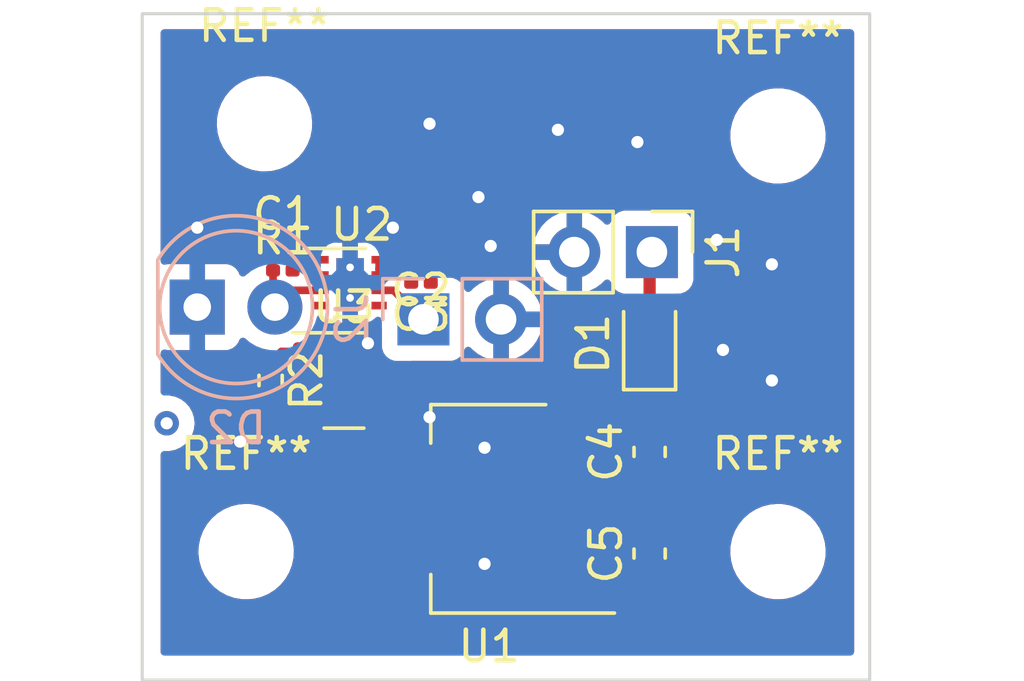
<source format=kicad_pcb>
(kicad_pcb (version 20211014) (generator pcbnew)
  (layers (0 "F.Cu" signal) (31 "B.Cu" signal) (34 "B.Paste" user) (35 "F.Paste" user) (36 "B.SilkS" user "B.Silkscreen") (37 "F.SilkS" user "F.Silkscreen") (38 "B.Mask" user) (39 "F.Mask" user) (44 "Edge.Cuts" user))
  (net 0 "")
  (net 1 "Net-(C1-Pad2)")
  (net 2 "GND")
  (net 3 "+5V")
  (net 4 "Net-(J2-Pad1)")
  (net 5 "Net-(C4-Pad2)")
  (net 6 "Net-(D1-Pad2)")
  (net 8 "Net-(U2-Pad3)")
  (net 9 "Net-(R2-Pad1)")
  (footprint "Resistor_SMD:R_0201_0603Metric" (layer "F.Cu") (at 249.8 43.4)
    (fp_text reference "R1" (at 0 -1.05) (layer "F.SilkS"))
    (fp_text value "R")
    (pad "1" smd roundrect (at -0.32 0) (size 0.46 0.4) (layers "F.Cu" "F.Mask") (net 8 "Net-(U2-Pad3)"))
    (pad "2" smd roundrect (at 0.32 0) (size 0.46 0.4) (layers "F.Cu" "F.Mask") (net 1 "Net-(C1-Pad2)"))
  )
  (footprint "Capacitor_SMD:C_0603_1608Metric_Pad1.08x0.95mm_HandSolder" (layer "F.Cu") (at 261.8 49.3375 90)
    (fp_text reference "C4" (at 0 -1.43 90) (layer "F.SilkS"))
    (fp_text value "C")
    (fp_line (start -0.146267 -0.51) (end 0.146267 -0.51) (layer "F.SilkS") (width 0.12))
    (fp_line (start -0.146267 0.51) (end 0.146267 0.51) (layer "F.SilkS") (width 0.12))
    (pad "1" smd roundrect (at -0.8625 0 90) (size 1.075 0.95) (layers "F.Cu" "F.Paste" "F.Mask") (net 2 "GND"))
    (pad "2" smd roundrect (at 0.8625 0 90) (size 1.075 0.95) (layers "F.Cu" "F.Paste" "F.Mask") (net 5 "Net-(C4-Pad2)"))
  )
  (footprint "Package_SON:WSON-8-1EP_2x2mm_P0.5mm_EP0.9x1.6mm_ThermalVias" (layer "F.Cu") (at 252 43.8)
    (fp_text reference "U2" (at 0.38 -1.9) (layer "F.SilkS"))
    (fp_text value "OPA858xDSG")
    (fp_line (start -1.5 -1.12) (end 0.5 -1.12) (layer "F.SilkS") (width 0.12))
    (fp_line (start 0.5 1.12) (end -0.5 1.12) (layer "F.SilkS") (width 0.12))
    (pad "1" smd rect (at -0.95 -0.75) (size 0.5 0.25) (layers "F.Cu" "F.Paste" "F.Mask") (net 1 "Net-(C1-Pad2)"))
    (pad "2" smd rect (at -0.95 -0.25) (size 0.5 0.25) (layers "F.Cu" "F.Paste" "F.Mask"))
    (pad "3" smd rect (at -0.95 0.25) (size 0.5 0.25) (layers "F.Cu" "F.Paste" "F.Mask") (net 8 "Net-(U2-Pad3)"))
    (pad "4" smd rect (at -0.95 0.75) (size 0.5 0.25) (layers "F.Cu" "F.Paste" "F.Mask") (net 9 "Net-(R2-Pad1)"))
    (pad "5" smd rect (at 0.95 0.75) (size 0.5 0.25) (layers "F.Cu" "F.Paste" "F.Mask") (net 2 "GND"))
    (pad "6" smd rect (at 0.95 0.25) (size 0.5 0.25) (layers "F.Cu" "F.Paste" "F.Mask") (net 4 "Net-(J2-Pad1)"))
    (pad "7" smd rect (at 0.95 -0.25) (size 0.5 0.25) (layers "F.Cu" "F.Paste" "F.Mask") (net 3 "+5V"))
    (pad "8" smd rect (at 0.95 -0.75) (size 0.5 0.25) (layers "F.Cu" "F.Paste" "F.Mask") (net 3 "+5V"))
    (pad "9" smd rect (at 0 0) (size 0.9 1.6) (layers "F.Cu" "F.Mask") (net 2 "GND"))
    (pad "9" smd rect (at 0 0) (size 0.9 1.6) (layers "B.Cu") (net 2 "GND"))
    (pad "9" thru_hole circle (at 0 0.5) (size 0.6 0.6) (drill 0.25) (layers *.Cu) (net 2 "GND"))
    (pad "9" thru_hole circle (at 0 -0.5) (size 0.6 0.6) (drill 0.25) (layers *.Cu) (net 2 "GND"))
  )
  (footprint "Capacitor_SMD:C_0201_0603Metric" (layer "F.Cu") (at 254.32 43.8 180)
    (fp_text reference "C3" (at 0 -1.05) (layer "F.SilkS"))
    (fp_text value "C")
    (pad "1" smd roundrect (at -0.32 0 180) (size 0.46 0.4) (layers "F.Cu" "F.Mask") (net 2 "GND"))
    (pad "2" smd roundrect (at 0.32 0 180) (size 0.46 0.4) (layers "F.Cu" "F.Mask") (net 3 "+5V"))
  )
  (footprint "Capacitor_SMD:C_0603_1608Metric_Pad1.08x0.95mm_HandSolder" (layer "F.Cu") (at 261.8 52.6625 90)
    (fp_text reference "C5" (at 0 -1.43 90) (layer "F.SilkS"))
    (fp_text value "C")
    (fp_line (start -0.146267 0.51) (end 0.146267 0.51) (layer "F.SilkS") (width 0.12))
    (fp_line (start -0.146267 -0.51) (end 0.146267 -0.51) (layer "F.SilkS") (width 0.12))
    (pad "1" smd roundrect (at -0.8625 0 90) (size 1.075 0.95) (layers "F.Cu" "F.Paste" "F.Mask") (net 2 "GND"))
    (pad "2" smd roundrect (at 0.8625 0 90) (size 1.075 0.95) (layers "F.Cu" "F.Paste" "F.Mask") (net 3 "+5V"))
  )
  (footprint "Capacitor_SMD:C_0201_0603Metric" (layer "F.Cu") (at 249.8 42.6)
    (fp_text reference "C1" (at 0 -1.05) (layer "F.SilkS"))
    (fp_text value "C")
    (pad "1" smd roundrect (at -0.32 0) (size 0.46 0.4) (layers "F.Cu" "F.Mask") (net 8 "Net-(U2-Pad3)"))
    (pad "2" smd roundrect (at 0.32 0) (size 0.46 0.4) (layers "F.Cu" "F.Mask") (net 1 "Net-(C1-Pad2)"))
  )
  (footprint "MountingHole:MountingHole_2.1mm" (layer "F.Cu") (at 249.2 38.6)
    (fp_text reference "REF**" (at 0 -3.2) (layer "F.SilkS"))
    (fp_text value "MountingHole_2.1mm")
    (pad "" np_thru_hole circle (at 0 0) (size 2.1 2.1) (drill 2.1) (layers *.Cu *.Mask))
  )
  (footprint "Connector_PinHeader_2.54mm:PinHeader_1x02_P2.54mm_Vertical" (layer "F.Cu") (at 261.875 42.8 -90)
    (fp_text reference "J1" (at 0 -2.33 90) (layer "F.SilkS"))
    (fp_text value "Conn_01x02_Female")
    (fp_line (start -1.33 3.87) (end 1.33 3.87) (layer "F.SilkS") (width 0.12))
    (fp_line (start 1.33 1.27) (end 1.33 3.87) (layer "F.SilkS") (width 0.12))
    (fp_line (start -1.33 -1.33) (end 0 -1.33) (layer "F.SilkS") (width 0.12))
    (fp_line (start -1.33 0) (end -1.33 -1.33) (layer "F.SilkS") (width 0.12))
    (fp_line (start -1.33 1.27) (end 1.33 1.27) (layer "F.SilkS") (width 0.12))
    (fp_line (start -1.33 1.27) (end -1.33 3.87) (layer "F.SilkS") (width 0.12))
    (pad "1" thru_hole rect (at 0 0 270) (size 1.7 1.7) (drill 1) (layers *.Cu *.Mask) (net 6 "Net-(D1-Pad2)"))
    (pad "2" thru_hole oval (at 0 2.54 270) (size 1.7 1.7) (drill 1) (layers *.Cu *.Mask) (net 2 "GND"))
  )
  (footprint "MountingHole:MountingHole_2.1mm" (layer "F.Cu") (at 266 52.6)
    (fp_text reference "REF**" (at 0 -3.2) (layer "F.SilkS"))
    (fp_text value "MountingHole_2.1mm")
    (pad "" np_thru_hole circle (at 0 0) (size 2.1 2.1) (drill 2.1) (layers *.Cu *.Mask))
  )
  (footprint "Diode_SMD:D_SOD-323F" (layer "F.Cu") (at 261.8 45.8 90)
    (fp_text reference "D1" (at 0 -1.85 90) (layer "F.SilkS"))
    (fp_text value "PMEG4010CEJ")
    (fp_line (start -1.5 -0.85) (end -1.5 0.85) (layer "F.SilkS") (width 0.12))
    (fp_line (start -1.5 0.85) (end 1.05 0.85) (layer "F.SilkS") (width 0.12))
    (fp_line (start -1.5 -0.85) (end 1.05 -0.85) (layer "F.SilkS") (width 0.12))
    (pad "1" smd rect (at -1.1 0 90) (size 0.5 0.5) (layers "F.Cu" "F.Paste" "F.Mask") (net 5 "Net-(C4-Pad2)"))
    (pad "2" smd rect (at 1.1 0 90) (size 0.5 0.5) (layers "F.Cu" "F.Paste" "F.Mask") (net 6 "Net-(D1-Pad2)"))
  )
  (footprint "Package_TO_SOT_SMD:SOT-223-3_TabPin2" (layer "F.Cu") (at 256.55 51.2 180)
    (fp_text reference "U1" (at 0 -4.5) (layer "F.SilkS"))
    (fp_text value "AMS1117-5.0")
    (fp_line (start 1.91 -3.41) (end 1.91 -2.15) (layer "F.SilkS") (width 0.12))
    (fp_line (start -4.1 -3.41) (end 1.91 -3.41) (layer "F.SilkS") (width 0.12))
    (fp_line (start -1.85 3.41) (end 1.91 3.41) (layer "F.SilkS") (width 0.12))
    (fp_line (start 1.91 3.41) (end 1.91 2.15) (layer "F.SilkS") (width 0.12))
    (pad "1" smd rect (at -3.15 -2.3 180) (size 2 1.5) (layers "F.Cu" "F.Paste" "F.Mask") (net 2 "GND"))
    (pad "2" smd rect (at 3.15 0 180) (size 2 3.8) (layers "F.Cu" "F.Paste" "F.Mask") (net 3 "+5V"))
    (pad "2" smd rect (at -3.15 0 180) (size 2 1.5) (layers "F.Cu" "F.Paste" "F.Mask") (net 3 "+5V"))
    (pad "3" smd rect (at -3.15 2.3 180) (size 2 1.5) (layers "F.Cu" "F.Paste" "F.Mask") (net 5 "Net-(C4-Pad2)"))
  )
  (footprint "Capacitor_SMD:C_0201_0603Metric" (layer "F.Cu") (at 254.32 43 180)
    (fp_text reference "C2" (at 0 -1.05) (layer "F.SilkS"))
    (fp_text value "C")
    (pad "1" smd roundrect (at -0.32 0 180) (size 0.46 0.4) (layers "F.Cu" "F.Mask") (net 2 "GND"))
    (pad "2" smd roundrect (at 0.32 0 180) (size 0.46 0.4) (layers "F.Cu" "F.Mask") (net 3 "+5V"))
  )
  (footprint "MountingHole:MountingHole_2.1mm" (layer "F.Cu") (at 248.6 52.6)
    (fp_text reference "REF**" (at 0 -3.2) (layer "F.SilkS"))
    (fp_text value "MountingHole_2.1mm")
    (pad "" np_thru_hole circle (at 0 0) (size 2.1 2.1) (drill 2.1) (layers *.Cu *.Mask))
  )
  (footprint "Package_TO_SOT_SMD:SOT-23" (layer "F.Cu") (at 251.8 47)
    (fp_text reference "U3" (at 0 -2.4) (layer "F.SilkS"))
    (fp_text value "LM4040DBZ-2.0")
    (fp_line (start 0 1.56) (end 0.65 1.56) (layer "F.SilkS") (width 0.12))
    (fp_line (start 0 -1.56) (end -1.675 -1.56) (layer "F.SilkS") (width 0.12))
    (fp_line (start 0 -1.56) (end 0.65 -1.56) (layer "F.SilkS") (width 0.12))
    (fp_line (start 0 1.56) (end -0.65 1.56) (layer "F.SilkS") (width 0.12))
    (pad "1" smd roundrect (at -0.9375 -0.95) (size 1.475 0.6) (layers "F.Cu" "F.Paste" "F.Mask") (net 9 "Net-(R2-Pad1)"))
    (pad "2" smd roundrect (at -0.9375 0.95) (size 1.475 0.6) (layers "F.Cu" "F.Paste" "F.Mask") (net 2 "GND"))
    (pad "3" smd roundrect (at 0.9375 0) (size 1.475 0.6) (layers "F.Cu" "F.Paste" "F.Mask"))
  )
  (footprint "Resistor_SMD:R_0402_1005Metric_Pad0.72x0.64mm_HandSolder" (layer "F.Cu") (at 249.4 47 -90)
    (fp_text reference "R2" (at 0 -1.17 90) (layer "F.SilkS"))
    (fp_text value "R")
    (fp_line (start -0.167621 -0.38) (end 0.167621 -0.38) (layer "F.SilkS") (width 0.12))
    (fp_line (start -0.167621 0.38) (end 0.167621 0.38) (layer "F.SilkS") (width 0.12))
    (pad "1" smd roundrect (at -0.5975 0 270) (size 0.715 0.64) (layers "F.Cu" "F.Paste" "F.Mask") (net 9 "Net-(R2-Pad1)"))
    (pad "2" smd roundrect (at 0.5975 0 270) (size 0.715 0.64) (layers "F.Cu" "F.Paste" "F.Mask") (net 3 "+5V"))
  )
  (footprint "MountingHole:MountingHole_2.1mm" (layer "F.Cu") (at 266 39)
    (fp_text reference "REF**" (at 0 -3.2) (layer "F.SilkS"))
    (fp_text value "MountingHole_2.1mm")
    (pad "" np_thru_hole circle (at 0 0) (size 2.1 2.1) (drill 2.1) (layers *.Cu *.Mask))
  )
  (footprint "LED_THT:LED_D5.0mm_Clear" (layer "B.Cu") (at 247 44.6)
    (fp_text reference "D2" (at 1.27 3.96) (layer "B.SilkS") (effects (justify mirror)))
    (fp_text value "LED")
    (fp_line (start -1.29 1.545) (end -1.29 -1.545) (layer "B.SilkS") (width 0.12))
    (fp_arc (start 4.26 -0.000462) (mid 2.072002 2.880433) (end -1.29 1.54483) (layer "B.SilkS") (width 0.12))
    (fp_arc (start -1.29 -1.54483) (mid 2.072002 -2.880433) (end 4.26 0.000462) (layer "B.SilkS") (width 0.12))
    (fp_circle (center 1.27 0) (end 3.77 0) (layer "B.SilkS") (width 0.12) (fill none))
    (pad "1" thru_hole rect (at 0 0) (size 1.8 1.8) (drill 0.9) (layers *.Cu *.Mask) (net 2 "GND"))
    (pad "2" thru_hole circle (at 2.54 0) (size 1.8 1.8) (drill 0.9) (layers *.Cu *.Mask) (net 8 "Net-(U2-Pad3)"))
  )
  (footprint "Connector_PinHeader_2.54mm:PinHeader_1x02_P2.54mm_Vertical" (layer "B.Cu") (at 254.4 45 -90)
    (fp_text reference "J2" (at 0 2.33 90) (layer "B.SilkS") (effects (justify mirror)))
    (fp_text value "Conn_01x02_Female")
    (fp_line (start 1.33 -1.27) (end 1.33 -3.87) (layer "B.SilkS") (width 0.12))
    (fp_line (start -1.33 1.33) (end 0 1.33) (layer "B.SilkS") (width 0.12))
    (fp_line (start -1.33 0) (end -1.33 1.33) (layer "B.SilkS") (width 0.12))
    (fp_line (start -1.33 -3.87) (end 1.33 -3.87) (layer "B.SilkS") (width 0.12))
    (fp_line (start -1.33 -1.27) (end -1.33 -3.87) (layer "B.SilkS") (width 0.12))
    (fp_line (start -1.33 -1.27) (end 1.33 -1.27) (layer "B.SilkS") (width 0.12))
    (pad "1" thru_hole rect (at 0 0 270) (size 1.7 1.7) (drill 1) (layers *.Cu *.Mask) (net 4 "Net-(J2-Pad1)"))
    (pad "2" thru_hole oval (at 0 -2.54 270) (size 1.7 1.7) (drill 1) (layers *.Cu *.Mask) (net 2 "GND"))
  )
  (gr_rect (start 269 35) (end 245.2 56.8) (layer "Edge.Cuts") (width 0.1) (fill none))
  (via (at 246 48.4) (size 0.8) (drill 0.4) (layers "F.Cu" "B.Cu") (net 0))
  (segment (start 251.05 43.05) (end 250.17 43.05) (width 0.25) (layer "F.Cu") (net 1))
  (segment (start 250.17 43.05) (end 250.12 43) (width 0.25) (layer "F.Cu") (net 1))
  (segment (start 250.12 42.92) (end 250.12 42.6) (width 0.25) (layer "F.Cu") (net 1))
  (segment (start 250.12 42.92) (end 250.12 43.4) (width 0.25) (layer "F.Cu") (net 1))
  (segment (start 261.8 53.525) (end 259.725 53.525) (width 0.7) (layer "F.Cu") (net 2))
  (segment (start 259.725 53.525) (end 259.7 53.5) (width 0.25) (layer "F.Cu") (net 2))
  (via (at 253.4 42) (size 0.8) (drill 0.4) (layers "F.Cu" "B.Cu") (net 2))
  (via (at 256.6 42.6) (size 0.8) (drill 0.4) (layers "F.Cu" "B.Cu") (net 2))
  (via (at 254.6 48.2) (size 0.8) (drill 0.4) (layers "F.Cu" "B.Cu") (net 2))
  (via (at 248.4 49) (size 0.8) (drill 0.4) (layers "F.Cu" "B.Cu") (net 2))
  (via (at 264 42.4) (size 0.8) (drill 0.4) (layers "F.Cu" "B.Cu") (net 2))
  (via (at 265.8 43.2) (size 0.8) (drill 0.4) (layers "F.Cu" "B.Cu") (net 2))
  (via (at 264.2 46) (size 0.8) (drill 0.4) (layers "F.Cu" "B.Cu") (net 2))
  (via (at 265.8 47) (size 0.8) (drill 0.4) (layers "F.Cu" "B.Cu") (net 2))
  (via (at 256.4 49.2) (size 0.8) (drill 0.4) (layers "F.Cu" "B.Cu") (net 2))
  (via (at 254.6 38.6) (size 0.8) (drill 0.4) (layers "F.Cu" "B.Cu") (net 2))
  (via (at 256.2 41) (size 0.8) (drill 0.4) (layers "F.Cu" "B.Cu") (net 2))
  (via (at 261.4 39.2) (size 0.8) (drill 0.4) (layers "F.Cu" "B.Cu") (net 2))
  (via (at 247 42) (size 0.8) (drill 0.4) (layers "F.Cu" "B.Cu") (net 2))
  (via (at 258.8 38.8) (size 0.8) (drill 0.4) (layers "F.Cu" "B.Cu") (net 2))
  (via (at 252.583886 45.782894) (size 0.8) (drill 0.4) (layers "F.Cu" "B.Cu") (net 2))
  (via (at 256.4 53) (size 0.8) (drill 0.4) (layers "F.Cu" "B.Cu") (net 2))
  (segment (start 250.103928 48.6) (end 251.8 48.6) (width 0.25) (layer "F.Cu") (net 3))
  (segment (start 252.95 43.35) (end 253 43.4) (width 0.25) (layer "F.Cu") (net 3))
  (segment (start 253.4 50.2) (end 253.4 51.2) (width 0.25) (layer "F.Cu") (net 3))
  (segment (start 249.4 47.5975) (end 249.4 47.896072) (width 0.25) (layer "F.Cu") (net 3))
  (segment (start 254 43.4) (end 254 43) (width 0.25) (layer "F.Cu") (net 3))
  (segment (start 261.2 51.2) (end 259.7 51.2) (width 0.6) (layer "F.Cu") (net 3))
  (segment (start 252.95 43.05) (end 252.95 43.35) (width 0.25) (layer "F.Cu") (net 3))
  (segment (start 253 43.4) (end 254 43.4) (width 0.25) (layer "F.Cu") (net 3))
  (segment (start 261.8 51.8) (end 261.2 51.2) (width 0.6) (layer "F.Cu") (net 3))
  (segment (start 260.3 51.8) (end 259.7 51.2) (width 0.25) (layer "F.Cu") (net 3))
  (segment (start 254 43.4) (end 254 43.8) (width 0.25) (layer "F.Cu") (net 3))
  (segment (start 249.4 47.896072) (end 250.103928 48.6) (width 0.25) (layer "F.Cu") (net 3))
  (segment (start 252.95 43.35) (end 252.95 43.55) (width 0.25) (layer "F.Cu") (net 3))
  (segment (start 251.8 48.6) (end 253.4 50.2) (width 0.25) (layer "F.Cu") (net 3))
  (segment (start 253.419639 44.05) (end 254.569639 45.2) (width 0.25) (layer "F.Cu") (net 4))
  (segment (start 252.95 44.05) (end 253.419639 44.05) (width 0.25) (layer "F.Cu") (net 4))
  (segment (start 254.569639 45.2) (end 254.725 45.2) (width 0.25) (layer "F.Cu") (net 4))
  (segment (start 261.8 48.475) (end 260.125 48.475) (width 0.7) (layer "F.Cu") (net 5))
  (segment (start 260.125 48.475) (end 259.7 48.9) (width 0.25) (layer "F.Cu") (net 5))
  (segment (start 261.8 46.9) (end 261.8 48.475) (width 0.4) (layer "F.Cu") (net 5))
  (segment (start 261.8 44.7) (end 261.8 42.875) (width 0.4) (layer "F.Cu") (net 6))
  (segment (start 261.8 42.875) (end 261.875 42.8) (width 0.25) (layer "F.Cu") (net 6))
  (segment (start 249.48 42.6) (end 249.48 43.4) (width 0.25) (layer "F.Cu") (net 8))
  (segment (start 249.54 44.6) (end 249.48 44.54) (width 0.25) (layer "F.Cu") (net 8))
  (segment (start 251.05 44.05) (end 250.09 44.05) (width 0.25) (layer "F.Cu") (net 8))
  (segment (start 250.09 44.05) (end 249.54 44.6) (width 0.25) (layer "F.Cu") (net 8))
  (segment (start 249.48 44.54) (end 249.48 43.4) (width 0.25) (layer "F.Cu") (net 8))
  (segment (start 249.7525 46.05) (end 249.4 46.4025) (width 0.25) (layer "F.Cu") (net 9))
  (segment (start 250.8625 46.05) (end 249.7525 46.05) (width 0.25) (layer "F.Cu") (net 9))
  (zone (net 2) (net_name "GND") (layers F&B.Cu) (connect_pads (clearance 0.508)) (min_thickness 0.254) (fill yes (thermal_gap 0.508) (thermal_bridge_width 0.508))
    (polygon (pts (xy 268.6 56) (xy 245.8 56) (xy 245.8 35.4) (xy 268.6 35.4)))
  )
)
</source>
